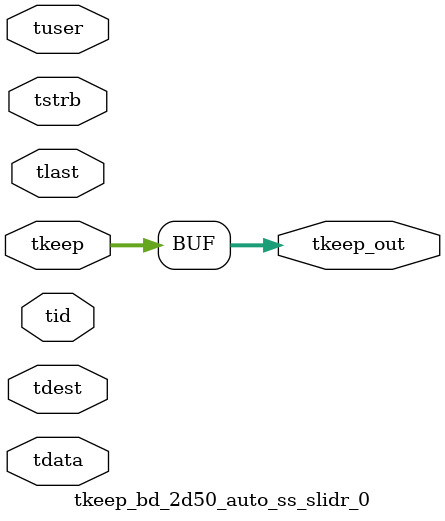
<source format=v>


`timescale 1ps/1ps

module tkeep_bd_2d50_auto_ss_slidr_0 #
(
parameter C_S_AXIS_TDATA_WIDTH = 32,
parameter C_S_AXIS_TUSER_WIDTH = 0,
parameter C_S_AXIS_TID_WIDTH   = 0,
parameter C_S_AXIS_TDEST_WIDTH = 0,
parameter C_M_AXIS_TDATA_WIDTH = 32
)
(
input  [(C_S_AXIS_TDATA_WIDTH == 0 ? 1 : C_S_AXIS_TDATA_WIDTH)-1:0     ] tdata,
input  [(C_S_AXIS_TUSER_WIDTH == 0 ? 1 : C_S_AXIS_TUSER_WIDTH)-1:0     ] tuser,
input  [(C_S_AXIS_TID_WIDTH   == 0 ? 1 : C_S_AXIS_TID_WIDTH)-1:0       ] tid,
input  [(C_S_AXIS_TDEST_WIDTH == 0 ? 1 : C_S_AXIS_TDEST_WIDTH)-1:0     ] tdest,
input  [(C_S_AXIS_TDATA_WIDTH/8)-1:0 ] tkeep,
input  [(C_S_AXIS_TDATA_WIDTH/8)-1:0 ] tstrb,
input                                                                    tlast,
output [(C_M_AXIS_TDATA_WIDTH/8)-1:0 ] tkeep_out
);

assign tkeep_out = {tkeep[5:0]};

endmodule


</source>
